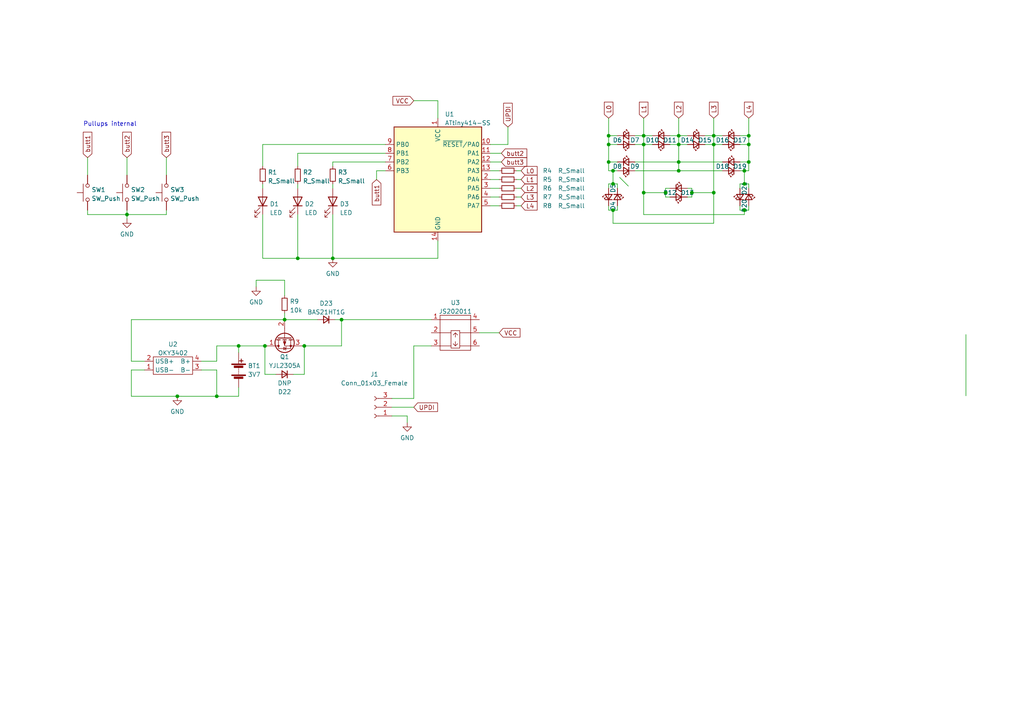
<source format=kicad_sch>
(kicad_sch (version 20211123) (generator eeschema)
  (paper "A4")
  (lib_symbols
    (symbol "Connector:Conn_01x03_Female" (pin_names (offset 1.016) hide)
      (property "Reference" "J" (at 0 5.08 0))
      (property "Value" "Conn_01x03_Female" (at 0 -5.08 0))
      (symbol "Conn_01x03_Female_1_1"
        (arc (start 0 -2.032) (mid -0.508 -2.54) (end 0 -3.048) (stroke (width 0.1524)))
        (polyline (pts (xy -1.27 -2.54) (xy -0.508 -2.54)) (stroke (width 0.1524)))
        (polyline (pts (xy -1.27 0) (xy -0.508 0)) (stroke (width 0.1524)))
        (polyline (pts (xy -1.27 2.54) (xy -0.508 2.54)) (stroke (width 0.1524)))
        (arc (start 0 0.508) (mid -0.508 0) (end 0 -0.508) (stroke (width 0.1524)))
        (arc (start 0 3.048) (mid -0.508 2.54) (end 0 2.032) (stroke (width 0.1524)))
        (pin passive line (at -5.08 2.54 0) (length 3.81) (name "Pin_1") (number "1"))
        (pin passive line (at -5.08 0 0) (length 3.81) (name "Pin_2") (number "2"))
        (pin passive line (at -5.08 -2.54 0) (length 3.81) (name "Pin_3") (number "3"))
      )
    )
    (symbol "Device:Battery" (pin_numbers hide) (pin_names (offset 0) hide)
      (property "Reference" "BT" (at 2.54 2.54 0))
      (property "Value" "Battery" (at 2.54 0 0))
      (symbol "Battery_0_1"
        (rectangle (start -2.032 -1.397) (end 2.032 -1.651) (fill (type outline)))
        (rectangle (start -2.032 1.778) (end 2.032 1.524) (fill (type outline)))
        (rectangle (start -1.3208 -1.9812) (end 1.27 -2.4892) (fill (type outline)))
        (rectangle (start -1.3208 1.1938) (end 1.27 0.6858) (fill (type outline)))
        (polyline (pts (xy 0 -1.524) (xy 0 -1.27)))
        (polyline (pts (xy 0 -1.016) (xy 0 -0.762)))
        (polyline (pts (xy 0 -0.508) (xy 0 -0.254)))
        (polyline (pts (xy 0 0) (xy 0 0.254)))
        (polyline (pts (xy 0 0.508) (xy 0 0.762)))
        (polyline (pts (xy 0 1.778) (xy 0 2.54)))
        (polyline (pts (xy 0.254 2.667) (xy 1.27 2.667)) (stroke (width 0.254)))
        (polyline (pts (xy 0.762 3.175) (xy 0.762 2.159)) (stroke (width 0.254)))
      )
      (symbol "Battery_1_1"
        (pin passive line (at 0 5.08 270) (length 2.54) (name "+") (number "1"))
        (pin passive line (at 0 -5.08 90) (length 2.54) (name "-") (number "2"))
      )
    )
    (symbol "Device:D_Small" (pin_numbers hide) (pin_names (offset 0.254) hide)
      (property "Reference" "D" (at -1.27 2.032 0))
      (property "Value" "D_Small" (at -3.81 -2.032 0))
      (symbol "D_Small_0_1"
        (polyline (pts (xy -0.762 -1.016) (xy -0.762 1.016)) (stroke (width 0.254)))
        (polyline (pts (xy -0.762 0) (xy 0.762 0)))
        (polyline (pts (xy 0.762 -1.016) (xy -0.762 0) (xy 0.762 1.016) (xy 0.762 -1.016)) (stroke (width 0.254)))
      )
      (symbol "D_Small_1_1"
        (pin passive line (at -2.54 0 0) (length 1.778) (name "K") (number "1"))
        (pin passive line (at 2.54 0 180) (length 1.778) (name "A") (number "2"))
      )
    )
    (symbol "Device:LED" (pin_numbers hide) (pin_names (offset 1.016) hide)
      (property "Reference" "D" (at 0 2.54 0))
      (property "Value" "LED" (at 0 -2.54 0))
      (symbol "LED_0_1"
        (polyline (pts (xy -1.27 -1.27) (xy -1.27 1.27)) (stroke (width 0.254)))
        (polyline (pts (xy -1.27 0) (xy 1.27 0)))
        (polyline (pts (xy 1.27 -1.27) (xy 1.27 1.27) (xy -1.27 0) (xy 1.27 -1.27)) (stroke (width 0.254)))
        (polyline (pts (xy -3.048 -0.762) (xy -4.572 -2.286) (xy -3.81 -2.286) (xy -4.572 -2.286) (xy -4.572 -1.524)))
        (polyline (pts (xy -1.778 -0.762) (xy -3.302 -2.286) (xy -2.54 -2.286) (xy -3.302 -2.286) (xy -3.302 -1.524)))
      )
      (symbol "LED_1_1"
        (pin passive line (at -3.81 0 0) (length 2.54) (name "K") (number "1"))
        (pin passive line (at 3.81 0 180) (length 2.54) (name "A") (number "2"))
      )
    )
    (symbol "Device:LED_Small" (pin_numbers hide) (pin_names (offset 0.254) hide)
      (property "Reference" "D" (at -1.27 3.175 0))
      (property "Value" "LED_Small" (at -4.445 -2.54 0))
      (symbol "LED_Small_0_1"
        (polyline (pts (xy -0.762 -1.016) (xy -0.762 1.016)) (stroke (width 0.254)))
        (polyline (pts (xy 1.016 0) (xy -0.762 0)))
        (polyline (pts (xy 0.762 -1.016) (xy -0.762 0) (xy 0.762 1.016) (xy 0.762 -1.016)) (stroke (width 0.254)))
        (polyline (pts (xy 0 0.762) (xy -0.508 1.27) (xy -0.254 1.27) (xy -0.508 1.27) (xy -0.508 1.016)))
        (polyline (pts (xy 0.508 1.27) (xy 0 1.778) (xy 0.254 1.778) (xy 0 1.778) (xy 0 1.524)))
      )
      (symbol "LED_Small_1_1"
        (pin passive line (at -2.54 0 0) (length 1.778) (name "K") (number "1"))
        (pin passive line (at 2.54 0 180) (length 1.778) (name "A") (number "2"))
      )
    )
    (symbol "Device:Q_PMOS_DGS" (pin_names (offset 0) hide)
      (property "Reference" "Q" (at 5.08 1.27 0))
      (property "Value" "Q_PMOS_DGS" (at 5.08 -1.27 0))
      (symbol "Q_PMOS_DGS_0_1"
        (polyline (pts (xy 0.254 0) (xy -2.54 0)))
        (polyline (pts (xy 0.254 1.905) (xy 0.254 -1.905)) (stroke (width 0.254)))
        (polyline (pts (xy 0.762 -1.27) (xy 0.762 -2.286)) (stroke (width 0.254)))
        (polyline (pts (xy 0.762 0.508) (xy 0.762 -0.508)) (stroke (width 0.254)))
        (polyline (pts (xy 0.762 2.286) (xy 0.762 1.27)) (stroke (width 0.254)))
        (polyline (pts (xy 2.54 2.54) (xy 2.54 1.778)))
        (polyline (pts (xy 2.54 -2.54) (xy 2.54 0) (xy 0.762 0)))
        (polyline (pts (xy 0.762 1.778) (xy 3.302 1.778) (xy 3.302 -1.778) (xy 0.762 -1.778)))
        (polyline (pts (xy 2.286 0) (xy 1.27 0.381) (xy 1.27 -0.381) (xy 2.286 0)) (fill (type outline)))
        (polyline (pts (xy 2.794 -0.508) (xy 2.921 -0.381) (xy 3.683 -0.381) (xy 3.81 -0.254)))
        (polyline (pts (xy 3.302 -0.381) (xy 2.921 0.254) (xy 3.683 0.254) (xy 3.302 -0.381)))
        (circle (center 1.651 0) (radius 2.794) (stroke (width 0.254)))
        (circle (center 2.54 -1.778) (radius 0.254) (fill (type outline)))
        (circle (center 2.54 1.778) (radius 0.254) (fill (type outline)))
      )
      (symbol "Q_PMOS_DGS_1_1"
        (pin passive line (at 2.54 5.08 270) (length 2.54) (name "D") (number "1"))
        (pin input line (at -5.08 0 0) (length 2.54) (name "G") (number "2"))
        (pin passive line (at 2.54 -5.08 90) (length 2.54) (name "S") (number "3"))
      )
    )
    (symbol "Device:R_Small" (pin_numbers hide) (pin_names (offset 0.254) hide)
      (property "Reference" "R" (at 0.762 0.508 0))
      (property "Value" "R_Small" (at 0.762 -1.016 0))
      (symbol "R_Small_0_1"
        (rectangle (start -0.762 1.778) (end 0.762 -1.778) (stroke (width 0.2032)))
      )
      (symbol "R_Small_1_1"
        (pin passive line (at 0 2.54 270) (length 0.762) (name "~") (number "1"))
        (pin passive line (at 0 -2.54 90) (length 0.762) (name "~") (number "2"))
      )
    )
    (symbol "MCU_Microchip_ATtiny:ATtiny414-SS"
      (property "Reference" "U" (at -12.7 16.51 0))
      (property "Value" "ATtiny414-SS" (at 2.54 -16.51 0))
      (symbol "ATtiny414-SS_0_1"
        (rectangle (start -12.7 -15.24) (end 12.7 15.24) (stroke (width 0.254)) (fill (type background)))
      )
      (symbol "ATtiny414-SS_1_1"
        (pin power_in line (at 0 17.78 270) (length 2.54) (name "VCC") (number "1"))
        (pin bidirectional line (at 15.24 10.16 180) (length 2.54) (name "~{RESET}/PA0") (number "10"))
        (pin bidirectional line (at 15.24 7.62 180) (length 2.54) (name "PA1") (number "11"))
        (pin bidirectional line (at 15.24 5.08 180) (length 2.54) (name "PA2") (number "12"))
        (pin bidirectional line (at 15.24 2.54 180) (length 2.54) (name "PA3") (number "13"))
        (pin power_in line (at 0 -17.78 90) (length 2.54) (name "GND") (number "14"))
        (pin bidirectional line (at 15.24 0 180) (length 2.54) (name "PA4") (number "2"))
        (pin bidirectional line (at 15.24 -2.54 180) (length 2.54) (name "PA5") (number "3"))
        (pin bidirectional line (at 15.24 -5.08 180) (length 2.54) (name "PA6") (number "4"))
        (pin bidirectional line (at 15.24 -7.62 180) (length 2.54) (name "PA7") (number "5"))
        (pin bidirectional line (at -15.24 2.54 0) (length 2.54) (name "PB3") (number "6"))
        (pin bidirectional line (at -15.24 5.08 0) (length 2.54) (name "PB2") (number "7"))
        (pin bidirectional line (at -15.24 7.62 0) (length 2.54) (name "PB1") (number "8"))
        (pin bidirectional line (at -15.24 10.16 0) (length 2.54) (name "PB0") (number "9"))
      )
    )
    (symbol "Switch:SW_Push" (pin_numbers hide) (pin_names (offset 1.016) hide)
      (property "Reference" "SW" (at 1.27 2.54 0))
      (property "Value" "SW_Push" (at 0 -1.524 0))
      (symbol "SW_Push_0_1"
        (circle (center -2.032 0) (radius 0.508))
        (polyline (pts (xy 0 1.27) (xy 0 3.048)))
        (polyline (pts (xy 2.54 1.27) (xy -2.54 1.27)))
        (circle (center 2.032 0) (radius 0.508))
        (pin passive line (at -5.08 0 0) (length 2.54) (name "1") (number "1"))
        (pin passive line (at 5.08 0 180) (length 2.54) (name "2") (number "2"))
      )
    )
    (symbol "custom_sublink:JS202011"
      (property "Reference" "U" (at 0 -6.35 0))
      (property "Value" "JS202011" (at 0 6.35 0))
      (symbol "JS202011_0_1"
        (rectangle (start -4.445 5.08) (end 4.445 -5.08) (stroke (width 0.1524)))
        (rectangle (start -1.27 0.635) (end 1.27 -4.445) (stroke (width 0.1524)))
        (polyline (pts (xy -4.445 -3.81) (xy -1.27 -3.81)) (stroke (width 0.1524)))
        (polyline (pts (xy -4.445 0) (xy -1.27 0)) (stroke (width 0.1524)))
        (polyline (pts (xy -4.445 3.81) (xy -1.27 3.81)) (stroke (width 0.1524)))
        (polyline (pts (xy 0 -3.81) (xy 0 -2.54)) (stroke (width 0.1524)))
        (polyline (pts (xy 1.27 0) (xy 4.445 0)) (stroke (width 0.1524)))
        (polyline (pts (xy 4.445 -3.81) (xy 1.27 -3.81)) (stroke (width 0.1524)))
        (polyline (pts (xy 4.445 3.81) (xy -1.27 3.81)) (stroke (width 0.1524)))
        (polyline (pts (xy -0.635 -3.175) (xy 0 -3.81) (xy 0.635 -3.175)) (stroke (width 0.1524)))
        (polyline (pts (xy 0 -1.27) (xy 0 0) (xy 0.635 -0.635) (xy 0 0) (xy -0.635 -0.635)) (stroke (width 0.1524)))
      )
      (symbol "JS202011_1_1"
        (pin passive line (at -6.985 3.81 0) (length 2.54) (name "") (number "1"))
        (pin passive line (at -6.985 0 0) (length 2.54) (name "") (number "2"))
        (pin passive line (at -6.985 -3.81 0) (length 2.54) (name "") (number "3"))
        (pin passive line (at 6.985 3.81 180) (length 2.54) (name "") (number "4"))
        (pin passive line (at 6.985 0 180) (length 2.54) (name "") (number "5"))
        (pin passive line (at 6.985 -3.81 180) (length 2.54) (name "") (number "6"))
      )
    )
    (symbol "custom_sublink:OKY3402"
      (property "Reference" "U" (at 0 3.81 0))
      (property "Value" "OKY3402" (at 0 -3.81 0))
      (symbol "OKY3402_0_1"
        (rectangle (start -5.715 2.54) (end 5.715 -2.54) (stroke (width 0.1524)))
      )
      (symbol "OKY3402_1_1"
        (pin passive line (at -8.255 1.27 0) (length 2.54) (name "USB-") (number "1"))
        (pin passive line (at -8.255 -1.27 0) (length 2.54) (name "USB+") (number "2"))
        (pin passive line (at 8.255 1.27 180) (length 2.54) (name "B-") (number "3"))
        (pin passive line (at 8.255 -1.27 180) (length 2.54) (name "B+") (number "4"))
      )
    )
    (symbol "power:GND" (power) (pin_names (offset 0))
      (property "Value" "GND" (at 0 -3.81 0))
      (symbol "GND_0_1"
        (polyline (pts (xy 0 0) (xy 0 -1.27) (xy 1.27 -1.27) (xy 0 -2.54) (xy -1.27 -1.27) (xy 0 -1.27)))
      )
      (symbol "GND_1_1"
        (pin power_in line (at 0 0 270) (length 0) hide (name "GND") (number "1"))
      )
    )
  )
  (junction (at 76.835 100.33))
  (junction (at 196.85 41.91))
  (junction (at 69.215 100.33))
  (junction (at 186.69 55.88))
  (junction (at 207.01 55.88))
  (junction (at 86.36 74.93))
  (junction (at 193.04 55.88))
  (junction (at 215.9 60.96))
  (junction (at 177.8 60.96))
  (junction (at 176.53 46.99))
  (junction (at 200.66 55.88))
  (junction (at 215.9 49.53))
  (junction (at 196.85 46.99))
  (junction (at 207.01 39.37))
  (junction (at 196.85 39.37))
  (junction (at 207.01 41.91))
  (junction (at 176.53 39.37))
  (junction (at 217.17 39.37))
  (junction (at 215.9 53.34))
  (junction (at 62.865 114.935))
  (junction (at 99.06 92.71))
  (junction (at 196.85 49.53))
  (junction (at 217.17 46.99))
  (junction (at 88.265 100.33))
  (junction (at 186.69 39.37))
  (junction (at 176.53 41.91))
  (junction (at 82.55 92.71))
  (junction (at 177.8 49.53))
  (junction (at 177.8 53.34))
  (junction (at 186.69 41.91))
  (junction (at 36.83 62.23))
  (junction (at 51.435 114.935))
  (junction (at 217.17 41.91))
  (junction (at 96.52 74.93))
  (bus_entry (at 179.705 51.435) (size 2.54 2.54))
  (wire (pts (xy 177.8 60.96) (xy 177.8 64.77)))
  (wire (pts (xy 209.55 49.53) (xy 196.85 49.53)))
  (wire (pts (xy 177.8 49.53) (xy 176.53 49.53)))
  (wire (pts (xy 177.8 60.96) (xy 179.07 60.96)))
  (wire (pts (xy 76.2 74.93) (xy 86.36 74.93)))
  (wire (pts (xy 62.865 114.935) (xy 69.215 114.935)))
  (wire (pts (xy 176.53 53.34) (xy 176.53 54.61)))
  (wire (pts (xy 51.435 114.935) (xy 62.865 114.935)))
  (wire (pts (xy 62.865 104.775) (xy 62.865 100.33)))
  (wire (pts (xy 118.11 120.65) (xy 113.665 120.65)))
  (wire (pts (xy 62.865 100.33) (xy 69.215 100.33)))
  (wire (pts (xy 209.55 46.99) (xy 196.85 46.99)))
  (wire (pts (xy 25.4 62.23) (xy 36.83 62.23)))
  (wire (pts (xy 96.52 53.34) (xy 96.52 54.61)))
  (wire (pts (xy 176.53 39.37) (xy 176.53 41.91)))
  (wire (pts (xy 96.52 46.99) (xy 111.76 46.99)))
  (wire (pts (xy 214.63 59.69) (xy 214.63 60.96)))
  (wire (pts (xy 217.17 59.69) (xy 217.17 60.96)))
  (wire (pts (xy 38.1 92.71) (xy 82.55 92.71)))
  (wire (pts (xy 142.24 49.53) (xy 144.78 49.53)))
  (wire (pts (xy 207.01 39.37) (xy 207.01 34.29)))
  (wire (pts (xy 215.9 53.34) (xy 217.17 53.34)))
  (wire (pts (xy 120.015 115.57) (xy 120.015 100.33)))
  (wire (pts (xy 86.36 62.23) (xy 86.36 74.93)))
  (wire (pts (xy 186.69 39.37) (xy 186.69 41.91)))
  (wire (pts (xy 196.85 49.53) (xy 196.85 46.99)))
  (wire (pts (xy 179.07 53.34) (xy 179.07 54.61)))
  (wire (pts (xy 58.42 107.315) (xy 62.865 107.315)))
  (wire (pts (xy 186.69 41.91) (xy 189.23 41.91)))
  (wire (pts (xy 69.215 100.33) (xy 76.835 100.33)))
  (wire (pts (xy 200.66 57.15) (xy 200.66 55.88)))
  (wire (pts (xy 215.9 60.96) (xy 215.9 62.23)))
  (wire (pts (xy 38.1 107.315) (xy 38.1 114.935)))
  (wire (pts (xy 193.04 57.15) (xy 194.31 57.15)))
  (wire (pts (xy 194.31 41.91) (xy 196.85 41.91)))
  (wire (pts (xy 215.9 49.53) (xy 215.9 53.34)))
  (wire (pts (xy 149.86 52.07) (xy 151.13 52.07)))
  (wire (pts (xy 217.17 60.96) (xy 215.9 60.96)))
  (wire (pts (xy 177.8 49.53) (xy 177.8 53.34)))
  (wire (pts (xy 142.24 52.07) (xy 144.78 52.07)))
  (wire (pts (xy 99.06 92.71) (xy 99.06 100.33)))
  (wire (pts (xy 118.11 122.555) (xy 118.11 120.65)))
  (wire (pts (xy 196.85 46.99) (xy 196.85 41.91)))
  (wire (pts (xy 207.01 41.91) (xy 207.01 55.88)))
  (wire (pts (xy 217.17 39.37) (xy 217.17 34.29)))
  (wire (pts (xy 38.1 114.935) (xy 51.435 114.935)))
  (wire (pts (xy 186.69 34.29) (xy 186.69 39.37)))
  (wire (pts (xy 214.63 46.99) (xy 217.17 46.99)))
  (wire (pts (xy 214.63 53.34) (xy 215.9 53.34)))
  (wire (pts (xy 186.69 55.88) (xy 186.69 62.23)))
  (wire (pts (xy 69.215 100.33) (xy 69.215 102.235)))
  (wire (pts (xy 215.9 60.96) (xy 214.63 60.96)))
  (wire (pts (xy 184.15 39.37) (xy 186.69 39.37)))
  (wire (pts (xy 149.86 57.15) (xy 151.13 57.15)))
  (wire (pts (xy 176.53 49.53) (xy 176.53 46.99)))
  (wire (pts (xy 179.07 46.99) (xy 176.53 46.99)))
  (wire (pts (xy 142.24 59.69) (xy 144.78 59.69)))
  (wire (pts (xy 194.31 39.37) (xy 196.85 39.37)))
  (wire (pts (xy 193.04 54.61) (xy 193.04 55.88)))
  (wire (pts (xy 96.52 74.93) (xy 127 74.93)))
  (wire (pts (xy 127 29.21) (xy 127 34.29)))
  (wire (pts (xy 217.17 49.53) (xy 215.9 49.53)))
  (wire (pts (xy 207.01 39.37) (xy 207.01 41.91)))
  (wire (pts (xy 36.83 45.72) (xy 36.83 50.8)))
  (wire (pts (xy 86.36 53.34) (xy 86.36 54.61)))
  (wire (pts (xy 193.04 55.88) (xy 193.04 57.15)))
  (wire (pts (xy 217.17 46.99) (xy 217.17 49.53)))
  (wire (pts (xy 82.55 92.71) (xy 92.075 92.71)))
  (wire (pts (xy 99.06 92.71) (xy 97.155 92.71)))
  (wire (pts (xy 69.215 114.935) (xy 69.215 112.395)))
  (wire (pts (xy 25.4 45.72) (xy 25.4 50.8)))
  (wire (pts (xy 176.53 34.29) (xy 176.53 39.37)))
  (wire (pts (xy 186.69 41.91) (xy 186.69 55.88)))
  (wire (pts (xy 88.265 108.585) (xy 88.265 100.33)))
  (wire (pts (xy 142.24 41.91) (xy 147.32 41.91)))
  (wire (pts (xy 120.015 100.33) (xy 125.095 100.33)))
  (wire (pts (xy 217.17 39.37) (xy 217.17 41.91)))
  (wire (pts (xy 86.36 44.45) (xy 111.76 44.45)))
  (wire (pts (xy 96.52 62.23) (xy 96.52 74.93)))
  (wire (pts (xy 207.01 39.37) (xy 209.55 39.37)))
  (wire (pts (xy 109.22 52.07) (xy 109.22 49.53)))
  (wire (pts (xy 82.55 81.28) (xy 74.295 81.28)))
  (wire (pts (xy 204.47 41.91) (xy 207.01 41.91)))
  (wire (pts (xy 142.24 54.61) (xy 144.78 54.61)))
  (wire (pts (xy 200.66 55.88) (xy 207.01 55.88)))
  (wire (pts (xy 149.86 49.53) (xy 151.13 49.53)))
  (wire (pts (xy 99.06 92.71) (xy 125.095 92.71)))
  (wire (pts (xy 149.86 59.69) (xy 151.13 59.69)))
  (wire (pts (xy 217.17 53.34) (xy 217.17 54.61)))
  (wire (pts (xy 147.32 41.91) (xy 147.32 36.83)))
  (wire (pts (xy 207.01 41.91) (xy 209.55 41.91)))
  (wire (pts (xy 76.835 100.33) (xy 77.47 100.33)))
  (wire (pts (xy 176.53 60.96) (xy 177.8 60.96)))
  (wire (pts (xy 186.69 39.37) (xy 189.23 39.37)))
  (wire (pts (xy 184.15 49.53) (xy 196.85 49.53)))
  (wire (pts (xy 38.1 104.775) (xy 41.91 104.775)))
  (wire (pts (xy 200.66 55.88) (xy 200.66 54.61)))
  (wire (pts (xy 74.295 81.28) (xy 74.295 83.185)))
  (wire (pts (xy 177.8 64.77) (xy 207.01 64.77)))
  (wire (pts (xy 196.85 41.91) (xy 199.39 41.91)))
  (wire (pts (xy 196.85 39.37) (xy 199.39 39.37)))
  (wire (pts (xy 36.83 62.23) (xy 36.83 63.5)))
  (wire (pts (xy 214.63 54.61) (xy 214.63 53.34)))
  (wire (pts (xy 176.53 46.99) (xy 176.53 41.91)))
  (wire (pts (xy 86.36 48.26) (xy 86.36 44.45)))
  (wire (pts (xy 207.01 55.88) (xy 207.01 64.77)))
  (wire (pts (xy 179.07 49.53) (xy 177.8 49.53)))
  (wire (pts (xy 48.26 45.72) (xy 48.26 50.8)))
  (wire (pts (xy 142.24 57.15) (xy 144.78 57.15)))
  (wire (pts (xy 217.17 41.91) (xy 217.17 46.99)))
  (wire (pts (xy 76.2 41.91) (xy 76.2 48.26)))
  (wire (pts (xy 76.2 53.34) (xy 76.2 54.61)))
  (wire (pts (xy 176.53 59.69) (xy 176.53 60.96)))
  (wire (pts (xy 111.76 41.91) (xy 76.2 41.91)))
  (wire (pts (xy 86.36 74.93) (xy 96.52 74.93)))
  (wire (pts (xy 82.55 90.805) (xy 82.55 92.71)))
  (wire (pts (xy 38.1 92.71) (xy 38.1 104.775)))
  (wire (pts (xy 96.52 48.26) (xy 96.52 46.99)))
  (wire (pts (xy 127 74.93) (xy 127 69.85)))
  (wire (pts (xy 109.22 49.53) (xy 111.76 49.53)))
  (wire (pts (xy 85.09 108.585) (xy 88.265 108.585)))
  (wire (pts (xy 139.065 96.52) (xy 144.78 96.52)))
  (wire (pts (xy 176.53 53.34) (xy 177.8 53.34)))
  (wire (pts (xy 215.9 49.53) (xy 214.63 49.53)))
  (wire (pts (xy 280.162 114.808) (xy 280.162 97.028)))
  (wire (pts (xy 76.2 62.23) (xy 76.2 74.93)))
  (wire (pts (xy 62.865 107.315) (xy 62.865 114.935)))
  (wire (pts (xy 200.66 54.61) (xy 199.39 54.61)))
  (wire (pts (xy 41.91 107.315) (xy 38.1 107.315)))
  (wire (pts (xy 177.8 53.34) (xy 179.07 53.34)))
  (wire (pts (xy 36.83 62.23) (xy 48.26 62.23)))
  (wire (pts (xy 113.665 115.57) (xy 120.015 115.57)))
  (wire (pts (xy 186.69 55.88) (xy 193.04 55.88)))
  (wire (pts (xy 82.55 85.725) (xy 82.55 81.28)))
  (wire (pts (xy 87.63 100.33) (xy 88.265 100.33)))
  (wire (pts (xy 120.015 29.21) (xy 127 29.21)))
  (wire (pts (xy 194.31 54.61) (xy 193.04 54.61)))
  (wire (pts (xy 80.01 108.585) (xy 76.835 108.585)))
  (wire (pts (xy 36.83 60.96) (xy 36.83 62.23)))
  (wire (pts (xy 48.26 62.23) (xy 48.26 60.96)))
  (wire (pts (xy 196.85 39.37) (xy 196.85 41.91)))
  (wire (pts (xy 88.265 100.33) (xy 99.06 100.33)))
  (wire (pts (xy 214.63 41.91) (xy 217.17 41.91)))
  (wire (pts (xy 215.9 62.23) (xy 186.69 62.23)))
  (wire (pts (xy 184.15 41.91) (xy 186.69 41.91)))
  (wire (pts (xy 176.53 39.37) (xy 179.07 39.37)))
  (wire (pts (xy 149.86 54.61) (xy 151.13 54.61)))
  (wire (pts (xy 204.47 39.37) (xy 207.01 39.37)))
  (wire (pts (xy 196.85 34.29) (xy 196.85 39.37)))
  (wire (pts (xy 76.835 108.585) (xy 76.835 100.33)))
  (wire (pts (xy 142.24 44.45) (xy 145.415 44.45)))
  (wire (pts (xy 25.4 60.96) (xy 25.4 62.23)))
  (wire (pts (xy 179.07 60.96) (xy 179.07 59.69)))
  (wire (pts (xy 214.63 39.37) (xy 217.17 39.37)))
  (wire (pts (xy 113.665 118.11) (xy 120.015 118.11)))
  (wire (pts (xy 176.53 41.91) (xy 179.07 41.91)))
  (wire (pts (xy 58.42 104.775) (xy 62.865 104.775)))
  (wire (pts (xy 142.24 46.99) (xy 145.415 46.99)))
  (wire (pts (xy 184.15 46.99) (xy 196.85 46.99)))
  (wire (pts (xy 199.39 57.15) (xy 200.66 57.15)))
  (text "Pullups internal" (at 24.13 36.83 0) (effects (font (size 1.27 1.27)) (justify left bottom)))
  (global_label "VCC" (shape input) (at 120.015 29.21 180) (property "Intersheet References" "${INTERSHEET_REFS}" (effects hide)))
  (global_label "L0" (shape input) (at 151.13 49.53 0) (property "Intersheet References" "${INTERSHEET_REFS}" (effects hide)))
  (global_label "L2" (shape input) (at 196.85 34.29 90) (property "Intersheet References" "${INTERSHEET_REFS}" (effects hide)))
  (global_label "L4" (shape input) (at 217.17 34.29 90) (property "Intersheet References" "${INTERSHEET_REFS}" (effects hide)))
  (global_label "butt1" (shape input) (at 25.4 45.72 90) (property "Intersheet References" "${INTERSHEET_REFS}" (effects hide)))
  (global_label "VCC" (shape input) (at 144.78 96.52 0) (property "Intersheet References" "${INTERSHEET_REFS}" (effects hide)))
  (global_label "L3" (shape input) (at 151.13 57.15 0) (property "Intersheet References" "${INTERSHEET_REFS}" (effects hide)))
  (global_label "butt3" (shape input) (at 145.415 46.99 0) (property "Intersheet References" "${INTERSHEET_REFS}" (effects hide)))
  (global_label "L0" (shape input) (at 176.53 34.29 90) (property "Intersheet References" "${INTERSHEET_REFS}" (effects hide)))
  (global_label "butt2" (shape input) (at 36.83 45.72 90) (property "Intersheet References" "${INTERSHEET_REFS}" (effects hide)))
  (global_label "butt3" (shape input) (at 48.26 45.72 90) (property "Intersheet References" "${INTERSHEET_REFS}" (effects hide)))
  (global_label "butt2" (shape input) (at 145.415 44.45 0) (property "Intersheet References" "${INTERSHEET_REFS}" (effects hide)))
  (global_label "L3" (shape input) (at 207.01 34.29 90) (property "Intersheet References" "${INTERSHEET_REFS}" (effects hide)))
  (global_label "UPDI" (shape input) (at 120.015 118.11 0) (property "Intersheet References" "${INTERSHEET_REFS}" (effects hide)))
  (global_label "butt1" (shape input) (at 109.22 52.07 270) (property "Intersheet References" "${INTERSHEET_REFS}" (effects hide)))
  (global_label "L2" (shape input) (at 151.13 54.61 0) (property "Intersheet References" "${INTERSHEET_REFS}" (effects hide)))
  (global_label "L4" (shape input) (at 151.13 59.69 0) (property "Intersheet References" "${INTERSHEET_REFS}" (effects hide)))
  (global_label "L1" (shape input) (at 186.69 34.29 90) (property "Intersheet References" "${INTERSHEET_REFS}" (effects hide)))
  (global_label "UPDI" (shape input) (at 147.32 36.83 90) (property "Intersheet References" "${INTERSHEET_REFS}" (effects hide)))
  (global_label "L1" (shape input) (at 151.13 52.07 0) (property "Intersheet References" "${INTERSHEET_REFS}" (effects hide)))
  (symbol (lib_id "custom_sublink:OKY3402") (at 50.165 106.045 0) (mirror x) (unit 1)
    (property "Reference" "U2" (at 50.165 99.856 0))
    (property "Value" "OKY3402" (at 50.165 102.3929 0))
    (property "Footprint" "sublink_custom:OKY3402" (effects hide))
  )
  (symbol (lib_id "Device:R_Small") (at 147.32 49.53 270) (unit 1)
    (property "Reference" "R4" (at 158.75 49.53 90))
    (property "Value" "R_Small" (at 165.735 49.53 90))
    (property "Footprint" "Resistor_SMD:R_0805_2012Metric_Pad1.20x1.40mm_HandSolder" (effects hide))
  )
  (symbol (lib_id "Device:LED_Small") (at 181.61 49.53 180) (unit 1)
    (property "Reference" "D9" (at 184.15 48.26 0))
    (property "Value" "LED_Small" (effects hide))
    (property "Footprint" "LED_SMD:LED_0805_2012Metric_Pad1.15x1.40mm_HandSolder" (effects hide))
  )
  (symbol (lib_id "Switch:SW_Push") (at 25.4 55.88 90) (unit 1)
    (property "Reference" "SW1" (at 26.543 55.0453 90) (effects (justify right)))
    (property "Value" "SW_Push" (at 26.543 57.5822 90) (effects (justify right)))
    (property "Footprint" "Button_Switch_SMD:SW_SPST_Omron_B3FS-100xP" (effects hide))
  )
  (symbol (lib_id "Device:LED_Small") (at 191.77 41.91 180) (unit 1)
    (property "Reference" "D11" (at 194.31 40.64 0))
    (property "Value" "LED_Small" (effects hide))
    (property "Footprint" "LED_SMD:LED_0805_2012Metric_Pad1.15x1.40mm_HandSolder" (effects hide))
  )
  (symbol (lib_id "Connector:Conn_01x03_Female") (at 108.585 118.11 180) (unit 1)
    (property "Reference" "J1" (at 108.585 108.585 0))
    (property "Value" "Conn_01x03_Female" (at 108.585 111.125 0))
    (property "Footprint" "Connector_PinHeader_2.54mm:PinHeader_1x03_P2.54mm_Horizontal" (effects hide))
  )
  (symbol (lib_id "Device:LED_Small") (at 201.93 41.91 180) (unit 1)
    (property "Reference" "D15" (at 204.47 40.64 0))
    (property "Value" "LED_Small" (effects hide))
    (property "Footprint" "LED_SMD:LED_0805_2012Metric_Pad1.15x1.40mm_HandSolder" (effects hide))
  )
  (symbol (lib_id "Device:LED_Small") (at 176.53 57.15 90) (unit 1)
    (property "Reference" "D4" (at 177.8 59.69 0))
    (property "Value" "LED_Small" (effects hide))
    (property "Footprint" "LED_SMD:LED_0805_2012Metric_Pad1.15x1.40mm_HandSolder" (effects hide))
  )
  (symbol (lib_id "Device:LED") (at 86.36 58.42 270) (mirror x) (unit 1)
    (property "Reference" "D2" (at 88.392 59.1728 90) (effects (justify left)))
    (property "Value" "LED" (at 88.392 61.7097 90) (effects (justify left)))
    (property "Footprint" "LED_SMD:LED_0805_2012Metric_Pad1.15x1.40mm_HandSolder" (effects hide))
  )
  (symbol (lib_id "Device:LED_Small") (at 201.93 39.37 0) (unit 1)
    (property "Reference" "D14" (at 199.39 40.64 0))
    (property "Value" "LED_Small" (effects hide))
    (property "Footprint" "LED_SMD:LED_0805_2012Metric_Pad1.15x1.40mm_HandSolder" (effects hide))
  )
  (symbol (lib_id "Device:R_Small") (at 147.32 54.61 270) (unit 1)
    (property "Reference" "R6" (at 158.75 54.61 90))
    (property "Value" "R_Small" (at 165.735 54.61 90))
    (property "Footprint" "Resistor_SMD:R_0805_2012Metric_Pad1.20x1.40mm_HandSolder" (effects hide))
  )
  (symbol (lib_id "Device:LED_Small") (at 212.09 46.99 0) (unit 1)
    (property "Reference" "D18" (at 209.55 48.26 0))
    (property "Value" "LED_Small" (effects hide))
    (property "Footprint" "LED_SMD:LED_0805_2012Metric_Pad1.15x1.40mm_HandSolder" (effects hide))
  )
  (symbol (lib_id "Device:R_Small") (at 86.36 50.8 0) (unit 1)
    (property "Reference" "R2" (at 87.8586 49.9653 0) (effects (justify left)))
    (property "Value" "R_Small" (at 87.8586 52.5022 0) (effects (justify left)))
    (property "Footprint" "Resistor_SMD:R_0805_2012Metric_Pad1.20x1.40mm_HandSolder" (effects hide))
  )
  (symbol (lib_id "Device:LED_Small") (at 179.07 57.15 270) (unit 1)
    (property "Reference" "D5" (at 177.8 54.61 0))
    (property "Value" "LED_Small" (effects hide))
    (property "Footprint" "LED_SMD:LED_0805_2012Metric_Pad1.15x1.40mm_HandSolder" (effects hide))
  )
  (symbol (lib_id "Device:R_Small") (at 76.2 50.8 0) (unit 1)
    (property "Reference" "R1" (at 77.6986 49.9653 0) (effects (justify left)))
    (property "Value" "R_Small" (at 77.6986 52.5022 0) (effects (justify left)))
    (property "Footprint" "Resistor_SMD:R_0805_2012Metric_Pad1.20x1.40mm_HandSolder" (effects hide))
  )
  (symbol (lib_id "Device:Battery") (at 69.215 107.315 0) (unit 1)
    (property "Reference" "BT1" (at 71.882 106.0993 0) (effects (justify left)))
    (property "Value" "3V7" (at 71.882 108.6362 0) (effects (justify left)))
    (property "Footprint" "Connector_PinHeader_2.54mm:PinHeader_1x02_P2.54mm_Vertical" (effects hide))
  )
  (symbol (lib_id "Switch:SW_Push") (at 36.83 55.88 90) (unit 1)
    (property "Reference" "SW2" (at 37.973 55.0453 90) (effects (justify right)))
    (property "Value" "SW_Push" (at 37.973 57.5822 90) (effects (justify right)))
    (property "Footprint" "Button_Switch_SMD:SW_SPST_Omron_B3FS-100xP" (effects hide))
  )
  (symbol (lib_id "power:GND") (at 118.11 122.555 0) (unit 1)
    (property "Reference" "#PWR0105" (effects hide))
    (property "Value" "GND" (at 118.11 126.9984 0))
  )
  (symbol (lib_id "Device:LED") (at 76.2 58.42 270) (mirror x) (unit 1)
    (property "Reference" "D1" (at 78.232 59.1728 90) (effects (justify left)))
    (property "Value" "LED" (at 78.232 61.7097 90) (effects (justify left)))
    (property "Footprint" "LED_SMD:LED_0805_2012Metric_Pad1.15x1.40mm_HandSolder" (effects hide))
  )
  (symbol (lib_id "Device:LED_Small") (at 212.09 39.37 0) (unit 1)
    (property "Reference" "D16" (at 209.55 40.64 0))
    (property "Value" "LED_Small" (effects hide))
    (property "Footprint" "LED_SMD:LED_0805_2012Metric_Pad1.15x1.40mm_HandSolder" (effects hide))
  )
  (symbol (lib_id "Device:LED_Small") (at 196.85 54.61 0) (unit 1)
    (property "Reference" "D12" (at 194.31 55.88 0))
    (property "Value" "LED_Small" (effects hide))
    (property "Footprint" "LED_SMD:LED_0805_2012Metric_Pad1.15x1.40mm_HandSolder" (effects hide))
  )
  (symbol (lib_id "Device:LED_Small") (at 181.61 46.99 0) (unit 1)
    (property "Reference" "D8" (at 179.07 48.26 0))
    (property "Value" "LED_Small" (effects hide))
    (property "Footprint" "LED_SMD:LED_0805_2012Metric_Pad1.15x1.40mm_HandSolder" (effects hide))
  )
  (symbol (lib_id "Device:R_Small") (at 147.32 57.15 270) (unit 1)
    (property "Reference" "R7" (at 158.75 57.15 90))
    (property "Value" "R_Small" (at 165.735 57.15 90))
    (property "Footprint" "Resistor_SMD:R_0805_2012Metric_Pad1.20x1.40mm_HandSolder" (effects hide))
  )
  (symbol (lib_id "power:GND") (at 74.295 83.185 0) (unit 1)
    (property "Reference" "#PWR0104" (effects hide))
    (property "Value" "GND" (at 74.295 87.6284 0))
  )
  (symbol (lib_id "Device:LED_Small") (at 181.61 41.91 180) (unit 1)
    (property "Reference" "D7" (at 184.15 40.64 0))
    (property "Value" "LED_Small" (effects hide))
    (property "Footprint" "LED_SMD:LED_0805_2012Metric_Pad1.15x1.40mm_HandSolder" (effects hide))
  )
  (symbol (lib_id "power:GND") (at 51.435 114.935 0) (unit 1)
    (property "Reference" "#PWR0103" (effects hide))
    (property "Value" "GND" (at 51.435 119.3784 0))
  )
  (symbol (lib_id "Switch:SW_Push") (at 48.26 55.88 90) (unit 1)
    (property "Reference" "SW3" (at 49.403 55.0453 90) (effects (justify right)))
    (property "Value" "SW_Push" (at 49.403 57.5822 90) (effects (justify right)))
    (property "Footprint" "Button_Switch_SMD:SW_SPST_Omron_B3FS-100xP" (effects hide))
  )
  (symbol (lib_id "Device:LED_Small") (at 212.09 49.53 180) (unit 1)
    (property "Reference" "D19" (at 214.63 48.26 0))
    (property "Value" "LED_Small" (effects hide))
    (property "Footprint" "LED_SMD:LED_0805_2012Metric_Pad1.15x1.40mm_HandSolder" (effects hide))
  )
  (symbol (lib_id "Device:LED_Small") (at 214.63 57.15 90) (unit 1)
    (property "Reference" "D20" (at 215.9 59.69 0))
    (property "Value" "LED_Small" (effects hide))
    (property "Footprint" "LED_SMD:LED_0805_2012Metric_Pad1.15x1.40mm_HandSolder" (effects hide))
  )
  (symbol (lib_id "Device:LED_Small") (at 217.17 57.15 270) (unit 1)
    (property "Reference" "D21" (at 215.9 54.61 0))
    (property "Value" "LED_Small" (effects hide))
    (property "Footprint" "LED_SMD:LED_0805_2012Metric_Pad1.15x1.40mm_HandSolder" (effects hide))
  )
  (symbol (lib_id "Device:LED") (at 96.52 58.42 270) (mirror x) (unit 1)
    (property "Reference" "D3" (at 98.552 59.1728 90) (effects (justify left)))
    (property "Value" "LED" (at 98.552 61.7097 90) (effects (justify left)))
    (property "Footprint" "LED_SMD:LED_0805_2012Metric_Pad1.15x1.40mm_HandSolder" (effects hide))
  )
  (symbol (lib_id "Device:R_Small") (at 82.55 88.265 0) (unit 1)
    (property "Reference" "R9" (at 84.0486 87.4303 0) (effects (justify left)))
    (property "Value" "10k" (at 84.0486 89.9672 0) (effects (justify left)))
    (property "Footprint" "Resistor_SMD:R_0805_2012Metric_Pad1.20x1.40mm_HandSolder" (effects hide))
  )
  (symbol (lib_id "Device:Q_PMOS_DGS") (at 82.55 97.79 90) (mirror x) (unit 1)
    (property "Reference" "Q1" (at 82.55 103.505 90))
    (property "Value" "YJL2305A" (at 82.55 106.045 90))
    (property "Footprint" "Package_TO_SOT_SMD:SOT-23" (effects hide))
  )
  (symbol (lib_id "Device:R_Small") (at 96.52 50.8 0) (unit 1)
    (property "Reference" "R3" (at 98.0186 49.9653 0) (effects (justify left)))
    (property "Value" "R_Small" (at 98.0186 52.5022 0) (effects (justify left)))
    (property "Footprint" "Resistor_SMD:R_0805_2012Metric_Pad1.20x1.40mm_HandSolder" (effects hide))
  )
  (symbol (lib_id "Device:LED_Small") (at 212.09 41.91 180) (unit 1)
    (property "Reference" "D17" (at 214.63 40.64 0))
    (property "Value" "LED_Small" (effects hide))
    (property "Footprint" "LED_SMD:LED_0805_2012Metric_Pad1.15x1.40mm_HandSolder" (effects hide))
  )
  (symbol (lib_id "power:GND") (at 36.83 63.5 0) (unit 1)
    (property "Reference" "#PWR0102" (effects hide))
    (property "Value" "GND" (at 36.83 67.9434 0))
  )
  (symbol (lib_id "Device:R_Small") (at 147.32 52.07 270) (unit 1)
    (property "Reference" "R5" (at 158.75 52.07 90))
    (property "Value" "R_Small" (at 165.735 52.07 90))
    (property "Footprint" "Resistor_SMD:R_0805_2012Metric_Pad1.20x1.40mm_HandSolder" (effects hide))
  )
  (symbol (lib_id "custom_sublink:JS202011") (at 132.08 96.52 0) (unit 1)
    (property "Reference" "U3" (at 132.08 87.791 0))
    (property "Value" "JS202011" (at 132.08 90.3279 0))
    (property "Footprint" "sublink_custom:JS202011" (effects hide))
  )
  (symbol (lib_id "Device:D_Small") (at 94.615 92.71 180) (unit 1)
    (property "Reference" "D23" (at 94.615 87.9942 0))
    (property "Value" "BAS21HT1G" (at 94.615 90.5311 0))
    (property "Footprint" "Diode_SMD:D_SOD-323_HandSoldering" (effects hide))
  )
  (symbol (lib_id "power:GND") (at 96.52 74.93 0) (unit 1)
    (property "Reference" "#PWR0101" (effects hide))
    (property "Value" "GND" (at 96.52 79.3734 0))
  )
  (symbol (lib_id "Device:D_Small") (at 82.55 108.585 180) (unit 1)
    (property "Reference" "D22" (at 82.55 113.665 0))
    (property "Value" "DNP" (at 82.55 111.125 0))
    (property "Footprint" "Diode_SMD:D_SOD-323_HandSoldering" (effects hide))
  )
  (symbol (lib_id "Device:R_Small") (at 147.32 59.69 270) (unit 1)
    (property "Reference" "R8" (at 158.75 59.69 90))
    (property "Value" "R_Small" (at 165.735 59.69 90))
    (property "Footprint" "Resistor_SMD:R_0805_2012Metric_Pad1.20x1.40mm_HandSolder" (effects hide))
  )
  (symbol (lib_id "Device:LED_Small") (at 181.61 39.37 0) (unit 1)
    (property "Reference" "D6" (at 179.07 40.64 0))
    (property "Value" "LED_Small" (effects hide))
    (property "Footprint" "LED_SMD:LED_0805_2012Metric_Pad1.15x1.40mm_HandSolder" (effects hide))
  )
  (symbol (lib_id "Device:LED_Small") (at 196.85 57.15 180) (unit 1)
    (property "Reference" "D13" (at 199.39 55.88 0))
    (property "Value" "LED_Small" (effects hide))
    (property "Footprint" "LED_SMD:LED_0805_2012Metric_Pad1.15x1.40mm_HandSolder" (effects hide))
  )
  (symbol (lib_id "MCU_Microchip_ATtiny:ATtiny414-SS") (at 127 52.07 0) (unit 1)
    (property "Reference" "U1" (at 129.0194 33.1302 0) (effects (justify left)))
    (property "Value" "ATtiny414-SS" (at 129.0194 35.6671 0) (effects (justify left)))
    (property "Footprint" "Package_SO:SOIC-14_3.9x8.7mm_P1.27mm" (effects hide))
    (property "Datasheet" "http://ww1.microchip.com/downloads/en/DeviceDoc/40001912A.pdf" (effects hide))
  )
  (symbol (lib_id "Device:LED_Small") (at 191.77 39.37 0) (unit 1)
    (property "Reference" "D10" (at 189.23 40.64 0))
    (property "Value" "LED_Small" (effects hide))
    (property "Footprint" "LED_SMD:LED_0805_2012Metric_Pad1.15x1.40mm_HandSolder" (effects hide))
  )
)
</source>
